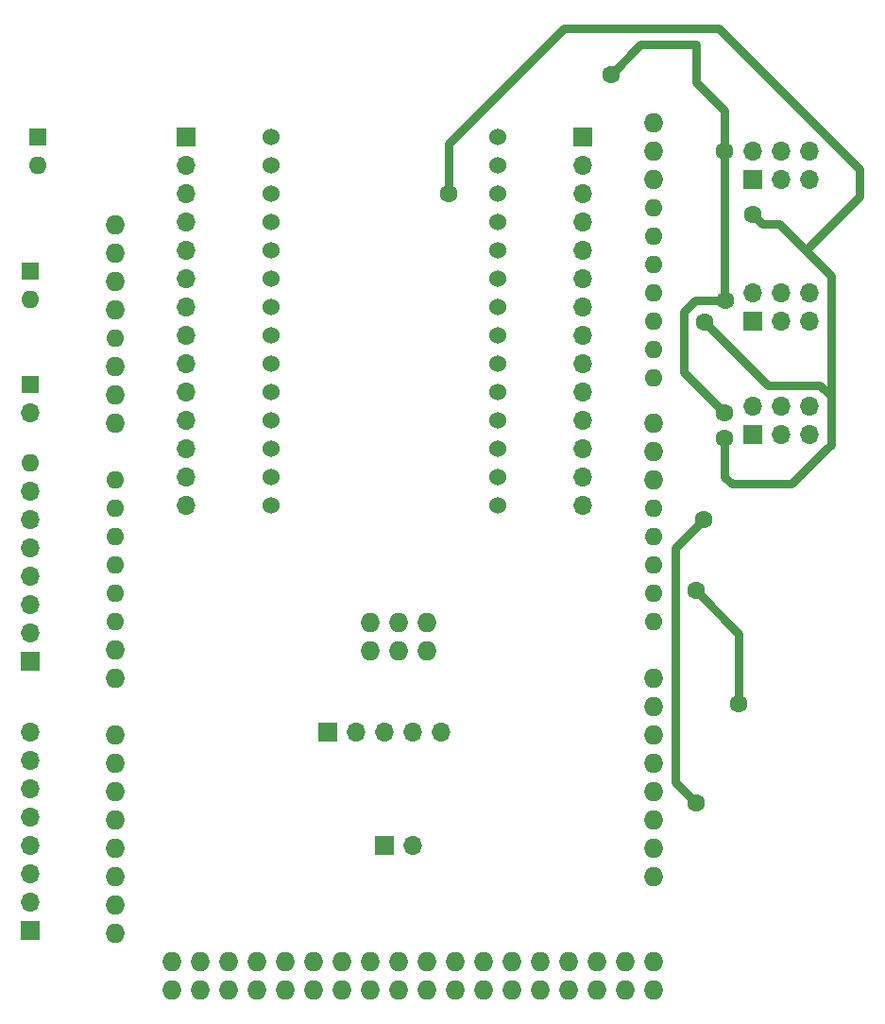
<source format=gbr>
G04 #@! TF.GenerationSoftware,KiCad,Pcbnew,(5.0.2)-1*
G04 #@! TF.CreationDate,2019-04-02T18:31:56+10:30*
G04 #@! TF.ProjectId,Omni_DC,4f6d6e69-5f44-4432-9e6b-696361645f70,rev?*
G04 #@! TF.SameCoordinates,Original*
G04 #@! TF.FileFunction,Copper,L1,Top*
G04 #@! TF.FilePolarity,Positive*
%FSLAX46Y46*%
G04 Gerber Fmt 4.6, Leading zero omitted, Abs format (unit mm)*
G04 Created by KiCad (PCBNEW (5.0.2)-1) date 02-Apr-19 6:31:56 PM*
%MOMM*%
%LPD*%
G01*
G04 APERTURE LIST*
G04 #@! TA.AperFunction,ComponentPad*
%ADD10R,1.700000X1.700000*%
G04 #@! TD*
G04 #@! TA.AperFunction,ComponentPad*
%ADD11O,1.700000X1.700000*%
G04 #@! TD*
G04 #@! TA.AperFunction,ComponentPad*
%ADD12O,1.727200X1.727200*%
G04 #@! TD*
G04 #@! TA.AperFunction,ComponentPad*
%ADD13O,1.600000X1.600000*%
G04 #@! TD*
G04 #@! TA.AperFunction,ComponentPad*
%ADD14C,1.524000*%
G04 #@! TD*
G04 #@! TA.AperFunction,ComponentPad*
%ADD15R,1.600000X1.600000*%
G04 #@! TD*
G04 #@! TA.AperFunction,ViaPad*
%ADD16C,1.600000*%
G04 #@! TD*
G04 #@! TA.AperFunction,Conductor*
%ADD17C,0.800000*%
G04 #@! TD*
G04 APERTURE END LIST*
D10*
G04 #@! TO.P,J9,1*
G04 #@! TO.N,5V*
X150495000Y-127000000D03*
D11*
G04 #@! TO.P,J9,2*
G04 #@! TO.N,Net-(J9-Pad2)*
X153035000Y-127000000D03*
G04 #@! TO.P,J9,3*
G04 #@! TO.N,Gnd*
X155575000Y-127000000D03*
G04 #@! TO.P,J9,4*
G04 #@! TO.N,12V*
X158115000Y-127000000D03*
G04 #@! TO.P,J9,5*
G04 #@! TO.N,Net-(J9-Pad5)*
X160655000Y-127000000D03*
G04 #@! TD*
D12*
G04 #@! TO.P,XA1,RST2*
G04 #@! TO.N,Net-(XA1-PadRST2)*
X154305000Y-117221000D03*
G04 #@! TO.P,XA1,GND4*
G04 #@! TO.N,Net-(XA1-PadGND4)*
X154305000Y-119761000D03*
G04 #@! TO.P,XA1,MOSI*
G04 #@! TO.N,Net-(XA1-PadMOSI)*
X156845000Y-119761000D03*
G04 #@! TO.P,XA1,SCK*
G04 #@! TO.N,Net-(XA1-PadSCK)*
X156845000Y-117221000D03*
G04 #@! TO.P,XA1,5V2*
G04 #@! TO.N,Net-(XA1-Pad5V2)*
X159385000Y-119761000D03*
D13*
G04 #@! TO.P,XA1,A0*
G04 #@! TO.N,In1*
X131445000Y-104394000D03*
D12*
G04 #@! TO.P,XA1,VIN*
G04 #@! TO.N,Net-(XA1-PadVIN)*
X131445000Y-99314000D03*
G04 #@! TO.P,XA1,GND3*
G04 #@! TO.N,Net-(XA1-PadGND3)*
X131445000Y-96774000D03*
G04 #@! TO.P,XA1,GND2*
G04 #@! TO.N,Net-(XA1-PadGND2)*
X131445000Y-94234000D03*
D13*
G04 #@! TO.P,XA1,5V1*
G04 #@! TO.N,5V*
X131445000Y-91694000D03*
D12*
G04 #@! TO.P,XA1,3V3*
G04 #@! TO.N,Net-(XA1-Pad3V3)*
X131445000Y-89154000D03*
G04 #@! TO.P,XA1,RST1*
G04 #@! TO.N,Net-(XA1-PadRST1)*
X131445000Y-86614000D03*
G04 #@! TO.P,XA1,IORF*
G04 #@! TO.N,Net-(XA1-PadIORF)*
X131445000Y-84074000D03*
G04 #@! TO.P,XA1,D21*
G04 #@! TO.N,Net-(XA1-PadD21)*
X179705000Y-139954000D03*
G04 #@! TO.P,XA1,D20*
G04 #@! TO.N,Net-(XA1-PadD20)*
X179705000Y-137414000D03*
G04 #@! TO.P,XA1,D19*
G04 #@! TO.N,Net-(XA1-PadD19)*
X179705000Y-134874000D03*
G04 #@! TO.P,XA1,D18*
G04 #@! TO.N,Net-(XA1-PadD18)*
X179705000Y-132334000D03*
G04 #@! TO.P,XA1,D17*
G04 #@! TO.N,Net-(XA1-PadD17)*
X179705000Y-129794000D03*
G04 #@! TO.P,XA1,D16*
G04 #@! TO.N,Net-(XA1-PadD16)*
X179705000Y-127254000D03*
G04 #@! TO.P,XA1,D15*
G04 #@! TO.N,Net-(XA1-PadD15)*
X179705000Y-124714000D03*
G04 #@! TO.P,XA1,D14*
G04 #@! TO.N,Net-(XA1-PadD14)*
X179705000Y-122174000D03*
D13*
G04 #@! TO.P,XA1,D0*
G04 #@! TO.N,UART0*
X179705000Y-117094000D03*
G04 #@! TO.P,XA1,D1*
G04 #@! TO.N,UART1*
X179705000Y-114554000D03*
G04 #@! TO.P,XA1,D2*
G04 #@! TO.N,EnA*
X179705000Y-112014000D03*
G04 #@! TO.P,XA1,D3*
G04 #@! TO.N,EnB*
X179705000Y-109474000D03*
G04 #@! TO.P,XA1,D4*
G04 #@! TO.N,EnC*
X179705000Y-106934000D03*
D12*
G04 #@! TO.P,XA1,D5*
G04 #@! TO.N,Net-(XA1-PadD5)*
X179705000Y-104394000D03*
G04 #@! TO.P,XA1,D6*
G04 #@! TO.N,Net-(XA1-PadD6)*
X179705000Y-101854000D03*
G04 #@! TO.P,XA1,D7*
G04 #@! TO.N,Net-(XA1-PadD7)*
X179705000Y-99314000D03*
D13*
G04 #@! TO.P,XA1,GND1*
G04 #@! TO.N,Gnd*
X179705000Y-80010000D03*
G04 #@! TO.P,XA1,D8*
G04 #@! TO.N,Encoder0_A*
X179705000Y-95250000D03*
G04 #@! TO.P,XA1,D9*
G04 #@! TO.N,Encoder0_B*
X179705000Y-92710000D03*
G04 #@! TO.P,XA1,D10*
G04 #@! TO.N,Encoder1_A*
X179705000Y-90170000D03*
D12*
G04 #@! TO.P,XA1,SCL1*
G04 #@! TO.N,Net-(XA1-PadSCL1)*
X179705000Y-72390000D03*
G04 #@! TO.P,XA1,SDA1*
G04 #@! TO.N,Net-(XA1-PadSDA1)*
X179705000Y-74930000D03*
G04 #@! TO.P,XA1,AREF*
G04 #@! TO.N,Net-(XA1-PadAREF)*
X179705000Y-77470000D03*
D13*
G04 #@! TO.P,XA1,D13*
G04 #@! TO.N,Encoder2_B*
X179705000Y-82550000D03*
G04 #@! TO.P,XA1,D12*
G04 #@! TO.N,Encoder2_A*
X179705000Y-85090000D03*
G04 #@! TO.P,XA1,D11*
G04 #@! TO.N,Encoder1_B*
X179705000Y-87630000D03*
D12*
G04 #@! TO.P,XA1,*
G04 #@! TO.N,*
X131445000Y-81534000D03*
D13*
G04 #@! TO.P,XA1,A1*
G04 #@! TO.N,In2*
X131445000Y-106934000D03*
G04 #@! TO.P,XA1,A2*
G04 #@! TO.N,In3*
X131445000Y-109474000D03*
G04 #@! TO.P,XA1,A3*
G04 #@! TO.N,In4*
X131445000Y-112014000D03*
G04 #@! TO.P,XA1,A4*
G04 #@! TO.N,In5*
X131445000Y-114554000D03*
G04 #@! TO.P,XA1,A5*
G04 #@! TO.N,In6*
X131445000Y-117094000D03*
D12*
G04 #@! TO.P,XA1,A6*
G04 #@! TO.N,Net-(XA1-PadA6)*
X131445000Y-119634000D03*
G04 #@! TO.P,XA1,A7*
G04 #@! TO.N,Net-(XA1-PadA7)*
X131445000Y-122174000D03*
G04 #@! TO.P,XA1,A8*
G04 #@! TO.N,Net-(XA1-PadA8)*
X131445000Y-127254000D03*
G04 #@! TO.P,XA1,A9*
G04 #@! TO.N,Net-(XA1-PadA9)*
X131445000Y-129794000D03*
G04 #@! TO.P,XA1,A10*
G04 #@! TO.N,Net-(XA1-PadA10)*
X131445000Y-132334000D03*
G04 #@! TO.P,XA1,A11*
G04 #@! TO.N,Net-(XA1-PadA11)*
X131445000Y-134874000D03*
G04 #@! TO.P,XA1,DAC0*
G04 #@! TO.N,Net-(XA1-PadDAC0)*
X131445000Y-137414000D03*
G04 #@! TO.P,XA1,DAC1*
G04 #@! TO.N,Net-(XA1-PadDAC1)*
X131445000Y-139954000D03*
G04 #@! TO.P,XA1,CANR*
G04 #@! TO.N,Net-(XA1-PadCANR)*
X131445000Y-142494000D03*
G04 #@! TO.P,XA1,CANT*
G04 #@! TO.N,Net-(XA1-PadCANT)*
X131445000Y-145034000D03*
G04 #@! TO.P,XA1,5V3*
G04 #@! TO.N,Net-(XA1-Pad5V3)*
X179705000Y-147574000D03*
G04 #@! TO.P,XA1,5V4*
G04 #@! TO.N,Net-(XA1-Pad5V4)*
X179705000Y-150114000D03*
G04 #@! TO.P,XA1,D22*
G04 #@! TO.N,Net-(XA1-PadD22)*
X177165000Y-147574000D03*
G04 #@! TO.P,XA1,D23*
G04 #@! TO.N,Net-(XA1-PadD23)*
X177165000Y-150114000D03*
G04 #@! TO.P,XA1,D24*
G04 #@! TO.N,Net-(XA1-PadD24)*
X174625000Y-147574000D03*
G04 #@! TO.P,XA1,D25*
G04 #@! TO.N,Net-(XA1-PadD25)*
X174625000Y-150114000D03*
G04 #@! TO.P,XA1,D26*
G04 #@! TO.N,Net-(XA1-PadD26)*
X172085000Y-147574000D03*
G04 #@! TO.P,XA1,D27*
G04 #@! TO.N,Net-(XA1-PadD27)*
X172085000Y-150114000D03*
G04 #@! TO.P,XA1,D28*
G04 #@! TO.N,Net-(XA1-PadD28)*
X169545000Y-147574000D03*
G04 #@! TO.P,XA1,D29*
G04 #@! TO.N,Net-(XA1-PadD29)*
X169545000Y-150114000D03*
G04 #@! TO.P,XA1,D30*
G04 #@! TO.N,Net-(XA1-PadD30)*
X167005000Y-147574000D03*
G04 #@! TO.P,XA1,D31*
G04 #@! TO.N,Net-(XA1-PadD31)*
X167005000Y-150114000D03*
G04 #@! TO.P,XA1,D32*
G04 #@! TO.N,Net-(XA1-PadD32)*
X164465000Y-147574000D03*
G04 #@! TO.P,XA1,D33*
G04 #@! TO.N,Net-(XA1-PadD33)*
X164465000Y-150114000D03*
G04 #@! TO.P,XA1,D34*
G04 #@! TO.N,Net-(XA1-PadD34)*
X161925000Y-147574000D03*
G04 #@! TO.P,XA1,D35*
G04 #@! TO.N,Net-(XA1-PadD35)*
X161925000Y-150114000D03*
G04 #@! TO.P,XA1,D36*
G04 #@! TO.N,Net-(XA1-PadD36)*
X159385000Y-147574000D03*
G04 #@! TO.P,XA1,D37*
G04 #@! TO.N,Net-(XA1-PadD37)*
X159385000Y-150114000D03*
G04 #@! TO.P,XA1,D38*
G04 #@! TO.N,Net-(XA1-PadD38)*
X156845000Y-147574000D03*
G04 #@! TO.P,XA1,D39*
G04 #@! TO.N,Net-(XA1-PadD39)*
X156845000Y-150114000D03*
G04 #@! TO.P,XA1,D40*
G04 #@! TO.N,Net-(XA1-PadD40)*
X154305000Y-147574000D03*
G04 #@! TO.P,XA1,D41*
G04 #@! TO.N,Net-(XA1-PadD41)*
X154305000Y-150114000D03*
G04 #@! TO.P,XA1,D42*
G04 #@! TO.N,Net-(XA1-PadD42)*
X151765000Y-147574000D03*
G04 #@! TO.P,XA1,D43*
G04 #@! TO.N,Net-(XA1-PadD43)*
X151765000Y-150114000D03*
G04 #@! TO.P,XA1,D44*
G04 #@! TO.N,Net-(XA1-PadD44)*
X149225000Y-147574000D03*
G04 #@! TO.P,XA1,D45*
G04 #@! TO.N,Net-(XA1-PadD45)*
X149225000Y-150114000D03*
G04 #@! TO.P,XA1,D46*
G04 #@! TO.N,Net-(XA1-PadD46)*
X146685000Y-147574000D03*
G04 #@! TO.P,XA1,D47*
G04 #@! TO.N,Net-(XA1-PadD47)*
X146685000Y-150114000D03*
G04 #@! TO.P,XA1,D48*
G04 #@! TO.N,Net-(XA1-PadD48)*
X144145000Y-147574000D03*
G04 #@! TO.P,XA1,D49*
G04 #@! TO.N,Net-(XA1-PadD49)*
X144145000Y-150114000D03*
G04 #@! TO.P,XA1,D50*
G04 #@! TO.N,Net-(XA1-PadD50)*
X141605000Y-147574000D03*
G04 #@! TO.P,XA1,D51*
G04 #@! TO.N,Net-(XA1-PadD51)*
X141605000Y-150114000D03*
G04 #@! TO.P,XA1,D52*
G04 #@! TO.N,Net-(XA1-PadD52)*
X139065000Y-147574000D03*
G04 #@! TO.P,XA1,D53*
G04 #@! TO.N,Net-(XA1-PadD53)*
X139065000Y-150114000D03*
G04 #@! TO.P,XA1,GND5*
G04 #@! TO.N,Net-(XA1-PadGND5)*
X136525000Y-147574000D03*
G04 #@! TO.P,XA1,GND6*
G04 #@! TO.N,Net-(XA1-PadGND6)*
X136525000Y-150114000D03*
G04 #@! TO.P,XA1,MISO*
G04 #@! TO.N,Net-(XA1-PadMISO)*
X159385000Y-117221000D03*
G04 #@! TD*
D14*
G04 #@! TO.P,J1,AREF*
G04 #@! TO.N,Net-(J1-PadAREF)*
X145415000Y-73660000D03*
G04 #@! TO.P,J1,A0*
G04 #@! TO.N,Net-(J1-PadA0)*
X145415000Y-76200000D03*
G04 #@! TO.P,J1,A1*
G04 #@! TO.N,Net-(J1-PadA1)*
X145415000Y-78740000D03*
G04 #@! TO.P,J1,A2*
G04 #@! TO.N,Net-(J1-PadA2)*
X145415000Y-81280000D03*
G04 #@! TO.P,J1,A3*
G04 #@! TO.N,Net-(J1-PadA3)*
X145415000Y-83820000D03*
G04 #@! TO.P,J1,A4*
G04 #@! TO.N,Net-(J1-PadA4)*
X145415000Y-86360000D03*
G04 #@! TO.P,J1,A5*
G04 #@! TO.N,Net-(J1-PadA5)*
X145415000Y-88900000D03*
G04 #@! TO.P,J1,A6*
G04 #@! TO.N,Net-(J1-PadA6)*
X145415000Y-91440000D03*
G04 #@! TO.P,J1,0*
G04 #@! TO.N,Net-(J1-Pad0)*
X145415000Y-93980000D03*
G04 #@! TO.P,J1,1*
G04 #@! TO.N,Net-(J1-Pad1)*
X145415000Y-96520000D03*
G04 #@! TO.P,J1,2*
G04 #@! TO.N,Net-(J1-Pad2)*
X145415000Y-99060000D03*
G04 #@! TO.P,J1,3*
G04 #@! TO.N,Net-(J1-Pad3)*
X145415000Y-101600000D03*
G04 #@! TO.P,J1,4*
G04 #@! TO.N,Net-(J1-Pad4)*
X145415000Y-104140000D03*
G04 #@! TO.P,J1,5*
G04 #@! TO.N,Net-(J1-Pad5)*
X145415000Y-106680000D03*
G04 #@! TO.P,J1,5V*
G04 #@! TO.N,Net-(J1-Pad5V)*
X165735000Y-73660000D03*
G04 #@! TO.P,J1,Vin*
G04 #@! TO.N,5V*
X165735000Y-76200000D03*
G04 #@! TO.P,J1,3.3V*
G04 #@! TO.N,3.3V*
X165735000Y-78740000D03*
G04 #@! TO.P,J1,Gnd*
G04 #@! TO.N,Gnd*
X165735000Y-81280000D03*
G04 #@! TO.P,J1,Reset*
G04 #@! TO.N,Net-(J1-PadReset)*
X165735000Y-83820000D03*
G04 #@! TO.P,J1,Tx*
G04 #@! TO.N,UART0*
X165735000Y-86360000D03*
G04 #@! TO.P,J1,Rx*
G04 #@! TO.N,UART1*
X165735000Y-88900000D03*
G04 #@! TO.P,J1,12*
G04 #@! TO.N,Net-(J1-Pad12)*
X165735000Y-91440000D03*
G04 #@! TO.P,J1,11*
G04 #@! TO.N,Net-(J1-Pad11)*
X165735000Y-93980000D03*
G04 #@! TO.P,J1,10*
G04 #@! TO.N,Net-(J1-Pad10)*
X165735000Y-96520000D03*
G04 #@! TO.P,J1,9*
G04 #@! TO.N,Net-(J1-Pad9)*
X165735000Y-99060000D03*
G04 #@! TO.P,J1,8*
G04 #@! TO.N,Net-(J1-Pad8)*
X165735000Y-101600000D03*
G04 #@! TO.P,J1,7*
G04 #@! TO.N,Net-(J1-Pad7)*
X165735000Y-104140000D03*
G04 #@! TO.P,J1,6*
G04 #@! TO.N,Net-(J1-Pad6)*
X165735000Y-106680000D03*
G04 #@! TD*
D10*
G04 #@! TO.P,J2,1*
G04 #@! TO.N,Net-(J1-PadAREF)*
X137795000Y-73660000D03*
D11*
G04 #@! TO.P,J2,2*
G04 #@! TO.N,Net-(J1-PadA0)*
X137795000Y-76200000D03*
G04 #@! TO.P,J2,3*
G04 #@! TO.N,Net-(J1-PadA1)*
X137795000Y-78740000D03*
G04 #@! TO.P,J2,4*
G04 #@! TO.N,Net-(J1-PadA2)*
X137795000Y-81280000D03*
G04 #@! TO.P,J2,5*
G04 #@! TO.N,Net-(J1-PadA3)*
X137795000Y-83820000D03*
G04 #@! TO.P,J2,6*
G04 #@! TO.N,Net-(J1-PadA4)*
X137795000Y-86360000D03*
G04 #@! TO.P,J2,7*
G04 #@! TO.N,Net-(J1-PadA5)*
X137795000Y-88900000D03*
G04 #@! TO.P,J2,8*
G04 #@! TO.N,Net-(J1-PadA6)*
X137795000Y-91440000D03*
G04 #@! TO.P,J2,9*
G04 #@! TO.N,Net-(J1-Pad0)*
X137795000Y-93980000D03*
G04 #@! TO.P,J2,10*
G04 #@! TO.N,Net-(J1-Pad1)*
X137795000Y-96520000D03*
G04 #@! TO.P,J2,11*
G04 #@! TO.N,Net-(J1-Pad2)*
X137795000Y-99060000D03*
G04 #@! TO.P,J2,12*
G04 #@! TO.N,Net-(J1-Pad3)*
X137795000Y-101600000D03*
G04 #@! TO.P,J2,13*
G04 #@! TO.N,Net-(J1-Pad4)*
X137795000Y-104140000D03*
G04 #@! TO.P,J2,14*
G04 #@! TO.N,Net-(J1-Pad5)*
X137795000Y-106680000D03*
G04 #@! TD*
D10*
G04 #@! TO.P,J3,1*
G04 #@! TO.N,Net-(J3-Pad1)*
X123825000Y-120650000D03*
D11*
G04 #@! TO.P,J3,2*
G04 #@! TO.N,Net-(J3-Pad2)*
X123825000Y-118110000D03*
G04 #@! TO.P,J3,3*
G04 #@! TO.N,EnB*
X123825000Y-115570000D03*
G04 #@! TO.P,J3,4*
G04 #@! TO.N,In4*
X123825000Y-113030000D03*
G04 #@! TO.P,J3,5*
G04 #@! TO.N,In3*
X123825000Y-110490000D03*
G04 #@! TO.P,J3,6*
G04 #@! TO.N,In2*
X123825000Y-107950000D03*
G04 #@! TO.P,J3,7*
G04 #@! TO.N,In1*
X123825000Y-105410000D03*
D13*
G04 #@! TO.P,J3,8*
G04 #@! TO.N,EnA*
X123825000Y-102870000D03*
G04 #@! TD*
D11*
G04 #@! TO.P,J4,14*
G04 #@! TO.N,Net-(J1-Pad6)*
X173355000Y-106680000D03*
G04 #@! TO.P,J4,13*
G04 #@! TO.N,Net-(J1-Pad7)*
X173355000Y-104140000D03*
G04 #@! TO.P,J4,12*
G04 #@! TO.N,Net-(J1-Pad8)*
X173355000Y-101600000D03*
G04 #@! TO.P,J4,11*
G04 #@! TO.N,Net-(J1-Pad9)*
X173355000Y-99060000D03*
G04 #@! TO.P,J4,10*
G04 #@! TO.N,Net-(J1-Pad10)*
X173355000Y-96520000D03*
G04 #@! TO.P,J4,9*
G04 #@! TO.N,Net-(J1-Pad11)*
X173355000Y-93980000D03*
G04 #@! TO.P,J4,8*
G04 #@! TO.N,Net-(J1-Pad12)*
X173355000Y-91440000D03*
G04 #@! TO.P,J4,7*
G04 #@! TO.N,UART1*
X173355000Y-88900000D03*
G04 #@! TO.P,J4,6*
G04 #@! TO.N,UART0*
X173355000Y-86360000D03*
G04 #@! TO.P,J4,5*
G04 #@! TO.N,Net-(J1-PadReset)*
X173355000Y-83820000D03*
G04 #@! TO.P,J4,4*
G04 #@! TO.N,Gnd*
X173355000Y-81280000D03*
G04 #@! TO.P,J4,3*
G04 #@! TO.N,3.3V*
X173355000Y-78740000D03*
G04 #@! TO.P,J4,2*
G04 #@! TO.N,5V*
X173355000Y-76200000D03*
D10*
G04 #@! TO.P,J4,1*
G04 #@! TO.N,Net-(J1-Pad5V)*
X173355000Y-73660000D03*
G04 #@! TD*
D11*
G04 #@! TO.P,J5,8*
G04 #@! TO.N,EnC*
X123825000Y-127000000D03*
G04 #@! TO.P,J5,7*
G04 #@! TO.N,In5*
X123825000Y-129540000D03*
G04 #@! TO.P,J5,6*
G04 #@! TO.N,In6*
X123825000Y-132080000D03*
G04 #@! TO.P,J5,5*
G04 #@! TO.N,Net-(J5-Pad5)*
X123825000Y-134620000D03*
G04 #@! TO.P,J5,4*
G04 #@! TO.N,Net-(J5-Pad4)*
X123825000Y-137160000D03*
G04 #@! TO.P,J5,3*
G04 #@! TO.N,Net-(J5-Pad3)*
X123825000Y-139700000D03*
G04 #@! TO.P,J5,2*
G04 #@! TO.N,Net-(J5-Pad2)*
X123825000Y-142240000D03*
D10*
G04 #@! TO.P,J5,1*
G04 #@! TO.N,Net-(J5-Pad1)*
X123825000Y-144780000D03*
G04 #@! TD*
G04 #@! TO.P,J6,1*
G04 #@! TO.N,Gnd*
X188595000Y-100330000D03*
D11*
G04 #@! TO.P,J6,2*
G04 #@! TO.N,3.3V*
X188595000Y-97790000D03*
G04 #@! TO.P,J6,3*
G04 #@! TO.N,Encoder0_A*
X191135000Y-100330000D03*
G04 #@! TO.P,J6,4*
G04 #@! TO.N,Encoder0_B*
X191135000Y-97790000D03*
G04 #@! TO.P,J6,5*
G04 #@! TO.N,A-*
X193675000Y-100330000D03*
G04 #@! TO.P,J6,6*
G04 #@! TO.N,A+*
X193675000Y-97790000D03*
G04 #@! TD*
D15*
G04 #@! TO.P,J7,1*
G04 #@! TO.N,A+*
X123825000Y-95885000D03*
D11*
G04 #@! TO.P,J7,2*
G04 #@! TO.N,A-*
X123825000Y-98425000D03*
G04 #@! TD*
G04 #@! TO.P,J8,2*
G04 #@! TO.N,12V*
X158115000Y-137160000D03*
D10*
G04 #@! TO.P,J8,1*
G04 #@! TO.N,Gnd*
X155575000Y-137160000D03*
G04 #@! TD*
G04 #@! TO.P,J13,1*
G04 #@! TO.N,Gnd*
X188595000Y-90170000D03*
D11*
G04 #@! TO.P,J13,2*
G04 #@! TO.N,3.3V*
X188595000Y-87630000D03*
G04 #@! TO.P,J13,3*
G04 #@! TO.N,Encoder1_A*
X191135000Y-90170000D03*
G04 #@! TO.P,J13,4*
G04 #@! TO.N,Encoder1_B*
X191135000Y-87630000D03*
G04 #@! TO.P,J13,5*
G04 #@! TO.N,B-*
X193675000Y-90170000D03*
G04 #@! TO.P,J13,6*
G04 #@! TO.N,B+*
X193675000Y-87630000D03*
G04 #@! TD*
D13*
G04 #@! TO.P,J14,2*
G04 #@! TO.N,B-*
X123825000Y-88265000D03*
D15*
G04 #@! TO.P,J14,1*
G04 #@! TO.N,B+*
X123825000Y-85725000D03*
G04 #@! TD*
D11*
G04 #@! TO.P,J15,6*
G04 #@! TO.N,C+*
X193675000Y-74930000D03*
G04 #@! TO.P,J15,5*
G04 #@! TO.N,C-*
X193675000Y-77470000D03*
G04 #@! TO.P,J15,4*
G04 #@! TO.N,Encoder2_B*
X191135000Y-74930000D03*
G04 #@! TO.P,J15,3*
G04 #@! TO.N,Encoder2_A*
X191135000Y-77470000D03*
G04 #@! TO.P,J15,2*
G04 #@! TO.N,3.3V*
X188595000Y-74930000D03*
D10*
G04 #@! TO.P,J15,1*
G04 #@! TO.N,Gnd*
X188595000Y-77470000D03*
G04 #@! TD*
D15*
G04 #@! TO.P,J16,1*
G04 #@! TO.N,C+*
X124460000Y-73660000D03*
D13*
G04 #@! TO.P,J16,2*
G04 #@! TO.N,C-*
X124460000Y-76200000D03*
G04 #@! TD*
D16*
G04 #@! TO.N,Gnd*
X186055000Y-100665003D03*
X184227705Y-90220001D03*
X188595000Y-80645000D03*
X161290000Y-78740000D03*
G04 #@! TO.N,EnA*
X187325000Y-124460000D03*
X183483923Y-114331077D03*
G04 #@! TO.N,EnC*
X183515000Y-133350000D03*
X184150000Y-107950000D03*
G04 #@! TO.N,3.3V*
X186055000Y-74930000D03*
X186117857Y-88327857D03*
X186055000Y-98425000D03*
X175895000Y-68033999D03*
G04 #@! TD*
D17*
G04 #@! TO.N,Gnd*
X195565001Y-96882799D02*
X195565001Y-101237201D01*
X194582201Y-95899999D02*
X195565001Y-96882799D01*
X192674999Y-95899999D02*
X194582201Y-95899999D01*
X195565001Y-96882799D02*
X195565001Y-86090001D01*
X186055000Y-100665003D02*
X186055000Y-104140000D01*
X186055000Y-104140000D02*
X186690000Y-104775000D01*
X192027202Y-104775000D02*
X195202202Y-101600000D01*
X186690000Y-104775000D02*
X192027202Y-104775000D01*
X195565001Y-101237201D02*
X195202202Y-101600000D01*
X195202202Y-101600000D02*
X194582201Y-102220001D01*
X189907703Y-95899999D02*
X194582201Y-95899999D01*
X184227705Y-90220001D02*
X189907703Y-95899999D01*
X189394999Y-81444999D02*
X190919999Y-81444999D01*
X188595000Y-80645000D02*
X189394999Y-81444999D01*
X185507192Y-63964990D02*
X171620010Y-63964990D01*
X198120000Y-76577798D02*
X185507192Y-63964990D01*
X198120000Y-78995000D02*
X198120000Y-76577798D01*
X193295000Y-83820000D02*
X198120000Y-78995000D01*
X193295000Y-83820000D02*
X195565001Y-86090001D01*
X190919999Y-81444999D02*
X193295000Y-83820000D01*
X171620010Y-63964990D02*
X161290000Y-74295000D01*
X161290000Y-74295000D02*
X161290000Y-78740000D01*
G04 #@! TO.N,EnA*
X187325000Y-124460000D02*
X187325000Y-118172154D01*
X187325000Y-118172154D02*
X183483923Y-114331077D01*
G04 #@! TO.N,EnC*
X181643922Y-110456078D02*
X184150000Y-107950000D01*
X183515000Y-133350000D02*
X181643922Y-131478922D01*
X181643922Y-131478922D02*
X181643922Y-110456078D01*
G04 #@! TO.N,3.3V*
X186055000Y-74930000D02*
X186055000Y-88265000D01*
X186055000Y-88265000D02*
X186117857Y-88327857D01*
X186117857Y-98362143D02*
X186055000Y-98425000D01*
X185255001Y-97625001D02*
X186055000Y-98425000D01*
X182387704Y-94757704D02*
X185255001Y-97625001D01*
X182387704Y-89336800D02*
X182387704Y-94757704D01*
X183396647Y-88327857D02*
X182387704Y-89336800D01*
X186117857Y-88327857D02*
X183396647Y-88327857D01*
X186055000Y-71276798D02*
X183515000Y-68736798D01*
X186055000Y-74930000D02*
X186055000Y-71276798D01*
X183515000Y-68736798D02*
X183515000Y-65405000D01*
X183515000Y-65405000D02*
X178523999Y-65405000D01*
X178523999Y-65405000D02*
X175895000Y-68033999D01*
G04 #@! TD*
M02*

</source>
